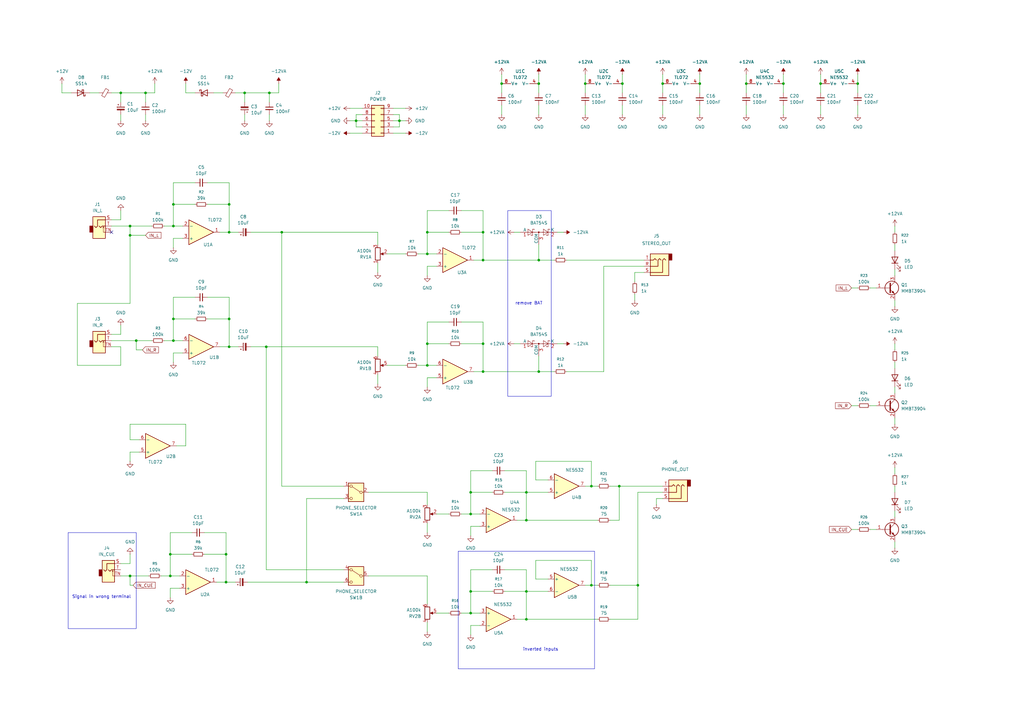
<source format=kicad_sch>
(kicad_sch (version 20250114) (generator "eeschema") (generator_version "9.0")
  (paper "A3")
  (rectangle (start 27.94 218.44) (end 55.88 257.81))
  (rectangle (start 187.96 226.06) (end 243.84 274.32))
  (rectangle (start 208.28 86.36) (end 226.06 162.56))
  (text "remove BAT" (at 216.916 124.46 0) (effects (font (size 1.27 1.27))))
  (text "Signal in wrong terminal" (at 41.656 244.856 0) (effects (font (size 1.27 1.27))))
  (text "inverted inputs" (at 221.742 266.446 0) (effects (font (size 1.27 1.27))))
  (junction (at 215.9 254))
  (junction (at 92.71 238.76))
  (junction (at 175.26 140.97))
  (junction (at 254 199.39))
  (junction (at 193.04 201.93))
  (junction (at 93.98 130.81))
  (junction (at 71.12 92.71))
  (junction (at 71.12 139.7))
  (junction (at 92.71 227.33))
  (junction (at 59.69 38.1))
  (junction (at 175.26 95.25))
  (junction (at 110.49 38.1))
  (junction (at 198.12 95.25))
  (junction (at 261.62 240.03))
  (junction (at 49.53 38.1))
  (junction (at 69.85 227.33))
  (junction (at 220.98 152.4))
  (junction (at 255.27 34.29))
  (junction (at 198.12 140.97))
  (junction (at 175.26 104.14))
  (junction (at 71.12 83.82))
  (junction (at 193.04 251.46))
  (junction (at 163.83 49.53))
  (junction (at 175.26 149.86))
  (junction (at 53.34 96.52))
  (junction (at 240.03 34.29))
  (junction (at 306.07 34.29))
  (junction (at 71.12 130.81))
  (junction (at 125.73 238.76))
  (junction (at 69.85 236.22))
  (junction (at 193.04 210.82))
  (junction (at 215.9 201.93))
  (junction (at 93.98 83.82))
  (junction (at 115.57 95.25))
  (junction (at 271.78 34.29))
  (junction (at 205.74 34.29))
  (junction (at 321.31 34.29))
  (junction (at 53.34 92.71))
  (junction (at 215.9 242.57))
  (junction (at 193.04 242.57))
  (junction (at 93.98 95.25))
  (junction (at 100.33 38.1))
  (junction (at 220.98 34.29))
  (junction (at 336.55 34.29))
  (junction (at 242.57 240.03))
  (junction (at 287.02 34.29))
  (junction (at 198.12 152.4))
  (junction (at 55.88 139.7))
  (junction (at 215.9 213.36))
  (junction (at 242.57 199.39))
  (junction (at 146.05 49.53))
  (junction (at 109.22 142.24))
  (junction (at 53.34 236.22))
  (junction (at 220.98 106.68))
  (junction (at 198.12 106.68))
  (junction (at 351.79 34.29))
  (junction (at 93.98 142.24))
  (no_connect (at 45.72 95.25))
  (wire (pts (xy 73.66 241.3) (xy 69.85 241.3)))
  (wire (pts (xy 184.15 95.25) (xy 175.26 95.25)))
  (wire (pts (xy 78.74 227.33) (xy 69.85 227.33)))
  (wire (pts (xy 205.74 43.18) (xy 205.74 46.99)))
  (wire (pts (xy 53.34 96.52) (xy 59.69 96.52)))
  (wire (pts (xy 220.98 43.18) (xy 220.98 46.99)))
  (wire (pts (xy 219.71 189.23) (xy 242.57 189.23)))
  (wire (pts (xy 31.75 124.46) (xy 31.75 149.86)))
  (wire (pts (xy 250.19 199.39) (xy 254 199.39)))
  (wire (pts (xy 45.72 92.71) (xy 53.34 92.71)))
  (wire (pts (xy 255.27 30.48) (xy 255.27 34.29)))
  (wire (pts (xy 179.07 210.82) (xy 184.15 210.82)))
  (wire (pts (xy 154.94 95.25) (xy 115.57 95.25)))
  (wire (pts (xy 242.57 189.23) (xy 242.57 199.39)))
  (wire (pts (xy 63.5 34.29) (xy 63.5 38.1)))
  (wire (pts (xy 93.98 142.24) (xy 90.17 142.24)))
  (wire (pts (xy 96.52 38.1) (xy 100.33 38.1)))
  (wire (pts (xy 220.98 152.4) (xy 220.98 146.05)))
  (wire (pts (xy 93.98 142.24) (xy 97.79 142.24)))
  (wire (pts (xy 59.69 38.1) (xy 49.53 38.1)))
  (wire (pts (xy 242.57 199.39) (xy 240.03 199.39)))
  (wire (pts (xy 271.78 201.93) (xy 261.62 201.93)))
  (wire (pts (xy 349.25 166.37) (xy 351.79 166.37)))
  (wire (pts (xy 184.15 132.08) (xy 175.26 132.08)))
  (wire (pts (xy 53.34 240.03) (xy 53.34 236.22)))
  (wire (pts (xy 69.85 241.3) (xy 69.85 245.11)))
  (wire (pts (xy 215.9 233.68) (xy 215.9 242.57)))
  (wire (pts (xy 220.98 106.68) (xy 227.33 106.68)))
  (wire (pts (xy 171.45 104.14) (xy 175.26 104.14)))
  (wire (pts (xy 240.03 43.18) (xy 240.03 46.99)))
  (wire (pts (xy 201.93 201.93) (xy 193.04 201.93)))
  (wire (pts (xy 351.79 30.48) (xy 351.79 34.29)))
  (wire (pts (xy 93.98 83.82) (xy 93.98 95.25)))
  (wire (pts (xy 76.2 173.99) (xy 76.2 182.88)))
  (wire (pts (xy 242.57 240.03) (xy 240.03 240.03)))
  (wire (pts (xy 189.23 132.08) (xy 198.12 132.08)))
  (wire (pts (xy 175.26 104.14) (xy 179.07 104.14)))
  (wire (pts (xy 101.6 238.76) (xy 125.73 238.76)))
  (wire (pts (xy 254 199.39) (xy 271.78 199.39)))
  (wire (pts (xy 146.05 52.07) (xy 148.59 52.07)))
  (wire (pts (xy 306.07 34.29) (xy 306.07 38.1)))
  (wire (pts (xy 210.82 140.97) (xy 213.36 140.97)))
  (wire (pts (xy 53.34 185.42) (xy 53.34 189.23)))
  (wire (pts (xy 175.26 86.36) (xy 175.26 95.25)))
  (wire (pts (xy 189.23 95.25) (xy 198.12 95.25)))
  (wire (pts (xy 25.4 38.1) (xy 29.21 38.1)))
  (wire (pts (xy 179.07 251.46) (xy 184.15 251.46)))
  (wire (pts (xy 198.12 152.4) (xy 194.31 152.4)))
  (wire (pts (xy 80.01 130.81) (xy 71.12 130.81)))
  (wire (pts (xy 215.9 242.57) (xy 224.79 242.57)))
  (wire (pts (xy 175.26 201.93) (xy 151.13 201.93)))
  (wire (pts (xy 207.01 193.04) (xy 215.9 193.04)))
  (wire (pts (xy 193.04 242.57) (xy 193.04 251.46)))
  (wire (pts (xy 193.04 215.9) (xy 193.04 219.71)))
  (wire (pts (xy 215.9 201.93) (xy 224.79 201.93)))
  (wire (pts (xy 53.34 124.46) (xy 31.75 124.46)))
  (wire (pts (xy 240.03 34.29) (xy 240.03 38.1)))
  (wire (pts (xy 109.22 142.24) (xy 102.87 142.24)))
  (wire (pts (xy 143.51 54.61) (xy 148.59 54.61)))
  (wire (pts (xy 215.9 242.57) (xy 215.9 254)))
  (wire (pts (xy 287.02 30.48) (xy 287.02 34.29)))
  (wire (pts (xy 271.78 204.47) (xy 269.24 204.47)))
  (wire (pts (xy 71.12 83.82) (xy 71.12 92.71)))
  (wire (pts (xy 171.45 149.86) (xy 175.26 149.86)))
  (wire (pts (xy 184.15 86.36) (xy 175.26 86.36)))
  (wire (pts (xy 143.51 44.45) (xy 148.59 44.45)))
  (wire (pts (xy 175.26 207.01) (xy 175.26 201.93)))
  (wire (pts (xy 148.59 46.99) (xy 146.05 46.99)))
  (wire (pts (xy 260.35 120.65) (xy 260.35 123.19)))
  (wire (pts (xy 201.93 242.57) (xy 193.04 242.57)))
  (wire (pts (xy 367.03 92.71) (xy 367.03 95.25)))
  (wire (pts (xy 71.12 92.71) (xy 74.93 92.71)))
  (wire (pts (xy 49.53 142.24) (xy 45.72 142.24)))
  (wire (pts (xy 193.04 251.46) (xy 196.85 251.46)))
  (wire (pts (xy 163.83 46.99) (xy 163.83 49.53)))
  (wire (pts (xy 198.12 140.97) (xy 198.12 152.4)))
  (wire (pts (xy 356.87 166.37) (xy 359.41 166.37)))
  (wire (pts (xy 163.83 49.53) (xy 166.37 49.53)))
  (wire (pts (xy 49.53 236.22) (xy 53.34 236.22)))
  (wire (pts (xy 115.57 95.25) (xy 115.57 199.39)))
  (wire (pts (xy 49.53 231.14) (xy 53.34 231.14)))
  (wire (pts (xy 367.03 199.39) (xy 367.03 201.93)))
  (wire (pts (xy 109.22 233.68) (xy 140.97 233.68)))
  (wire (pts (xy 306.07 30.48) (xy 306.07 34.29)))
  (wire (pts (xy 100.33 38.1) (xy 100.33 41.91)))
  (wire (pts (xy 232.41 106.68) (xy 264.16 106.68)))
  (wire (pts (xy 198.12 106.68) (xy 220.98 106.68)))
  (wire (pts (xy 356.87 217.17) (xy 359.41 217.17)))
  (wire (pts (xy 161.29 49.53) (xy 163.83 49.53)))
  (wire (pts (xy 351.79 43.18) (xy 351.79 46.99)))
  (wire (pts (xy 161.29 54.61) (xy 166.37 54.61)))
  (wire (pts (xy 175.26 236.22) (xy 175.26 247.65)))
  (wire (pts (xy 92.71 238.76) (xy 88.9 238.76)))
  (wire (pts (xy 93.98 95.25) (xy 97.79 95.25)))
  (wire (pts (xy 158.75 104.14) (xy 166.37 104.14)))
  (wire (pts (xy 219.71 196.85) (xy 219.71 189.23)))
  (wire (pts (xy 146.05 49.53) (xy 146.05 52.07)))
  (wire (pts (xy 102.87 95.25) (xy 115.57 95.25)))
  (wire (pts (xy 175.26 255.27) (xy 175.26 259.08)))
  (wire (pts (xy 210.82 95.25) (xy 213.36 95.25)))
  (wire (pts (xy 198.12 95.25) (xy 198.12 106.68)))
  (wire (pts (xy 110.49 38.1) (xy 100.33 38.1)))
  (wire (pts (xy 57.15 180.34) (xy 53.34 180.34)))
  (wire (pts (xy 69.85 236.22) (xy 73.66 236.22)))
  (wire (pts (xy 71.12 139.7) (xy 74.93 139.7)))
  (wire (pts (xy 115.57 199.39) (xy 140.97 199.39)))
  (wire (pts (xy 220.98 34.29) (xy 220.98 38.1)))
  (wire (pts (xy 189.23 210.82) (xy 193.04 210.82)))
  (wire (pts (xy 45.72 139.7) (xy 55.88 139.7)))
  (wire (pts (xy 193.04 256.54) (xy 193.04 260.35)))
  (wire (pts (xy 179.07 154.94) (xy 175.26 154.94)))
  (wire (pts (xy 189.23 86.36) (xy 198.12 86.36)))
  (wire (pts (xy 55.88 143.51) (xy 55.88 139.7)))
  (wire (pts (xy 93.98 121.92) (xy 93.98 130.81)))
  (wire (pts (xy 198.12 152.4) (xy 220.98 152.4)))
  (wire (pts (xy 154.94 107.95) (xy 154.94 111.76)))
  (wire (pts (xy 74.93 97.79) (xy 71.12 97.79)))
  (wire (pts (xy 269.24 204.47) (xy 269.24 207.01)))
  (wire (pts (xy 57.15 185.42) (xy 53.34 185.42)))
  (wire (pts (xy 125.73 204.47) (xy 125.73 238.76)))
  (wire (pts (xy 161.29 46.99) (xy 163.83 46.99)))
  (wire (pts (xy 247.65 109.22) (xy 264.16 109.22)))
  (wire (pts (xy 175.26 214.63) (xy 175.26 218.44)))
  (wire (pts (xy 67.31 92.71) (xy 71.12 92.71)))
  (wire (pts (xy 240.03 30.48) (xy 240.03 34.29)))
  (wire (pts (xy 261.62 240.03) (xy 261.62 254)))
  (wire (pts (xy 53.34 92.71) (xy 53.34 96.52)))
  (wire (pts (xy 71.12 121.92) (xy 71.12 130.81)))
  (wire (pts (xy 228.6 95.25) (xy 231.14 95.25)))
  (wire (pts (xy 71.12 97.79) (xy 71.12 101.6)))
  (wire (pts (xy 196.85 256.54) (xy 193.04 256.54)))
  (wire (pts (xy 261.62 254) (xy 250.19 254)))
  (wire (pts (xy 69.85 218.44) (xy 69.85 227.33)))
  (wire (pts (xy 36.83 38.1) (xy 40.64 38.1)))
  (wire (pts (xy 215.9 254) (xy 212.09 254)))
  (wire (pts (xy 76.2 34.29) (xy 76.2 38.1)))
  (wire (pts (xy 287.02 34.29) (xy 287.02 38.1)))
  (wire (pts (xy 69.85 227.33) (xy 69.85 236.22)))
  (wire (pts (xy 336.55 30.48) (xy 336.55 34.29)))
  (wire (pts (xy 49.53 46.99) (xy 49.53 49.53)))
  (wire (pts (xy 59.69 41.91) (xy 59.69 38.1)))
  (wire (pts (xy 336.55 43.18) (xy 336.55 46.99)))
  (wire (pts (xy 255.27 43.18) (xy 255.27 46.99)))
  (wire (pts (xy 85.09 121.92) (xy 93.98 121.92)))
  (wire (pts (xy 49.53 137.16) (xy 49.53 133.35)))
  (wire (pts (xy 67.31 139.7) (xy 71.12 139.7)))
  (wire (pts (xy 87.63 38.1) (xy 91.44 38.1)))
  (wire (pts (xy 163.83 49.53) (xy 163.83 52.07)))
  (wire (pts (xy 143.51 49.53) (xy 146.05 49.53)))
  (wire (pts (xy 175.26 154.94) (xy 175.26 158.75)))
  (wire (pts (xy 93.98 130.81) (xy 93.98 142.24)))
  (wire (pts (xy 49.53 90.17) (xy 49.53 86.36)))
  (wire (pts (xy 367.03 148.59) (xy 367.03 151.13)))
  (wire (pts (xy 76.2 38.1) (xy 80.01 38.1)))
  (wire (pts (xy 247.65 152.4) (xy 247.65 109.22)))
  (wire (pts (xy 80.01 74.93) (xy 71.12 74.93)))
  (wire (pts (xy 193.04 201.93) (xy 193.04 210.82)))
  (wire (pts (xy 53.34 236.22) (xy 60.96 236.22)))
  (wire (pts (xy 367.03 209.55) (xy 367.03 212.09)))
  (wire (pts (xy 154.94 100.33) (xy 154.94 95.25)))
  (wire (pts (xy 125.73 238.76) (xy 140.97 238.76)))
  (wire (pts (xy 45.72 38.1) (xy 49.53 38.1)))
  (wire (pts (xy 45.72 90.17) (xy 49.53 90.17)))
  (wire (pts (xy 271.78 30.48) (xy 271.78 34.29)))
  (wire (pts (xy 351.79 34.29) (xy 351.79 38.1)))
  (wire (pts (xy 196.85 215.9) (xy 193.04 215.9)))
  (wire (pts (xy 250.19 240.03) (xy 261.62 240.03)))
  (wire (pts (xy 175.26 149.86) (xy 179.07 149.86)))
  (wire (pts (xy 306.07 43.18) (xy 306.07 46.99)))
  (wire (pts (xy 80.01 83.82) (xy 71.12 83.82)))
  (wire (pts (xy 161.29 52.07) (xy 163.83 52.07)))
  (wire (pts (xy 205.74 30.48) (xy 205.74 34.29)))
  (wire (pts (xy 205.74 34.29) (xy 205.74 38.1)))
  (wire (pts (xy 49.53 149.86) (xy 49.53 142.24)))
  (wire (pts (xy 45.72 137.16) (xy 49.53 137.16)))
  (wire (pts (xy 242.57 240.03) (xy 245.11 240.03)))
  (wire (pts (xy 220.98 30.48) (xy 220.98 34.29)))
  (wire (pts (xy 367.03 110.49) (xy 367.03 113.03)))
  (wire (pts (xy 93.98 74.93) (xy 93.98 83.82)))
  (wire (pts (xy 66.04 236.22) (xy 69.85 236.22)))
  (wire (pts (xy 92.71 238.76) (xy 96.52 238.76)))
  (wire (pts (xy 78.74 218.44) (xy 69.85 218.44)))
  (wire (pts (xy 71.12 130.81) (xy 71.12 139.7)))
  (wire (pts (xy 154.94 153.67) (xy 154.94 157.48)))
  (wire (pts (xy 356.87 118.11) (xy 359.41 118.11)))
  (wire (pts (xy 321.31 30.48) (xy 321.31 34.29)))
  (wire (pts (xy 53.34 180.34) (xy 53.34 173.99)))
  (wire (pts (xy 215.9 213.36) (xy 212.09 213.36)))
  (wire (pts (xy 85.09 130.81) (xy 93.98 130.81)))
  (wire (pts (xy 207.01 201.93) (xy 215.9 201.93)))
  (wire (pts (xy 242.57 229.87) (xy 242.57 240.03)))
  (wire (pts (xy 161.29 44.45) (xy 166.37 44.45)))
  (wire (pts (xy 76.2 182.88) (xy 72.39 182.88)))
  (wire (pts (xy 219.71 229.87) (xy 242.57 229.87)))
  (wire (pts (xy 83.82 218.44) (xy 92.71 218.44)))
  (wire (pts (xy 54.61 240.03) (xy 53.34 240.03)))
  (wire (pts (xy 367.03 158.75) (xy 367.03 161.29)))
  (wire (pts (xy 367.03 123.19) (xy 367.03 125.73)))
  (wire (pts (xy 189.23 140.97) (xy 198.12 140.97)))
  (wire (pts (xy 85.09 74.93) (xy 93.98 74.93)))
  (wire (pts (xy 154.94 146.05) (xy 154.94 142.24)))
  (wire (pts (xy 336.55 34.29) (xy 336.55 38.1)))
  (wire (pts (xy 242.57 199.39) (xy 245.11 199.39)))
  (wire (pts (xy 179.07 109.22) (xy 175.26 109.22)))
  (wire (pts (xy 261.62 201.93) (xy 261.62 240.03)))
  (wire (pts (xy 254 213.36) (xy 250.19 213.36)))
  (wire (pts (xy 175.26 95.25) (xy 175.26 104.14)))
  (wire (pts (xy 175.26 109.22) (xy 175.26 113.03)))
  (wire (pts (xy 207.01 233.68) (xy 215.9 233.68)))
  (wire (pts (xy 220.98 106.68) (xy 220.98 100.33)))
  (wire (pts (xy 93.98 95.25) (xy 90.17 95.25)))
  (wire (pts (xy 367.03 191.77) (xy 367.03 194.31)))
  (wire (pts (xy 74.93 144.78) (xy 71.12 144.78)))
  (wire (pts (xy 201.93 193.04) (xy 193.04 193.04)))
  (wire (pts (xy 271.78 43.18) (xy 271.78 46.99)))
  (wire (pts (xy 53.34 173.99) (xy 76.2 173.99)))
  (wire (pts (xy 63.5 38.1) (xy 59.69 38.1)))
  (wire (pts (xy 228.6 140.97) (xy 231.14 140.97)))
  (wire (pts (xy 255.27 34.29) (xy 255.27 38.1)))
  (wire (pts (xy 215.9 193.04) (xy 215.9 201.93)))
  (wire (pts (xy 92.71 218.44) (xy 92.71 227.33)))
  (wire (pts (xy 175.26 140.97) (xy 175.26 149.86)))
  (wire (pts (xy 140.97 204.47) (xy 125.73 204.47)))
  (wire (pts (xy 367.03 140.97) (xy 367.03 143.51)))
  (wire (pts (xy 146.05 46.99) (xy 146.05 49.53)))
  (wire (pts (xy 193.04 210.82) (xy 196.85 210.82)))
  (wire (pts (xy 114.3 38.1) (xy 110.49 38.1)))
  (wire (pts (xy 260.35 111.76) (xy 260.35 115.57)))
  (wire (pts (xy 349.25 217.17) (xy 351.79 217.17)))
  (wire (pts (xy 215.9 201.93) (xy 215.9 213.36)))
  (wire (pts (xy 321.31 34.29) (xy 321.31 38.1)))
  (wire (pts (xy 25.4 34.29) (xy 25.4 38.1)))
  (wire (pts (xy 287.02 43.18) (xy 287.02 46.99)))
  (wire (pts (xy 53.34 231.14) (xy 53.34 227.33)))
  (wire (pts (xy 154.94 142.24) (xy 109.22 142.24)))
  (wire (pts (xy 193.04 193.04) (xy 193.04 201.93)))
  (wire (pts (xy 80.01 121.92) (xy 71.12 121.92)))
  (wire (pts (xy 198.12 132.08) (xy 198.12 140.97)))
  (wire (pts (xy 215.9 213.36) (xy 245.11 213.36)))
  (wire (pts (xy 58.42 143.51) (xy 55.88 143.51)))
  (wire (pts (xy 367.03 171.45) (xy 367.03 173.99)))
  (wire (pts (xy 49.53 38.1) (xy 49.53 41.91)))
  (wire (pts (xy 158.75 149.86) (xy 166.37 149.86)))
  (wire (pts (xy 175.26 132.08) (xy 175.26 140.97)))
  (wire (pts (xy 100.33 46.99) (xy 100.33 49.53)))
  (wire (pts (xy 201.93 233.68) (xy 193.04 233.68)))
  (wire (pts (xy 92.71 227.33) (xy 92.71 238.76)))
  (wire (pts (xy 55.88 139.7) (xy 62.23 139.7)))
  (wire (pts (xy 321.31 43.18) (xy 321.31 46.99)))
  (wire (pts (xy 198.12 106.68) (xy 194.31 106.68)))
  (wire (pts (xy 198.12 86.36) (xy 198.12 95.25)))
  (wire (pts (xy 220.98 152.4) (xy 227.33 152.4)))
  (wire (pts (xy 114.3 34.29) (xy 114.3 38.1)))
  (wire (pts (xy 271.78 34.29) (xy 271.78 38.1)))
  (wire (pts (xy 59.69 46.99) (xy 59.69 49.53)))
  (wire (pts (xy 215.9 254) (xy 245.11 254)))
  (wire (pts (xy 367.03 100.33) (xy 367.03 102.87)))
  (wire (pts (xy 71.12 144.78) (xy 71.12 148.59)))
  (wire (pts (xy 349.25 118.11) (xy 351.79 118.11)))
  (wire (pts (xy 109.22 142.24) (xy 109.22 233.68)))
  (wire (pts (xy 189.23 251.46) (xy 193.04 251.46)))
  (wire (pts (xy 224.79 237.49) (xy 219.71 237.49)))
  (wire (pts (xy 219.71 237.49) (xy 219.71 229.87)))
  (wire (pts (xy 110.49 46.99) (xy 110.49 49.53)))
  (wire (pts (xy 71.12 74.93) (xy 71.12 83.82)))
  (wire (pts (xy 110.49 41.91) (xy 110.49 38.1)))
  (wire (pts (xy 146.05 49.53) (xy 148.59 49.53)))
  (wire (pts (xy 85.09 83.82) (xy 93.98 83.82)))
  (wire (pts (xy 254 199.39) (xy 254 213.36)))
  (wire (pts (xy 151.13 236.22) (xy 175.26 236.22)))
  (wire (pts (xy 367.03 222.25) (xy 367.03 224.79)))
  (wire (pts (xy 224.79 196.85) (xy 219.71 196.85)))
  (wire (pts (xy 31.75 149.86) (xy 49.53 149.86)))
  (wire (pts (xy 184.15 140.97) (xy 175.26 140.97)))
  (wire (pts (xy 53.34 92.71) (xy 62.23 92.71)))
  (wire (pts (xy 207.01 242.57) (xy 215.9 242.57)))
  (wire (pts (xy 264.16 111.76) (xy 260.35 111.76)))
  (wire (pts (xy 83.82 227.33) (xy 92.71 227.33)))
  (wire (pts (xy 232.41 152.4) (xy 247.65 152.4)))
  (wire (pts (xy 193.04 233.68) (xy 193.04 242.57)))
  (wire (pts (xy 53.34 96.52) (xy 53.34 124.46)))
  (global_label "IN_L" (shape input) (at 59.69 96.52 0) (property "Intersheetrefs" "${INTERSHEET_REFS}" (effects (hide yes))))
  (global_label "IN_R" (shape input) (at 349.25 166.37 180) (property "Intersheetrefs" "${INTERSHEET_REFS}" (effects (hide yes))))
  (global_label "IN_L" (shape input) (at 349.25 118.11 180) (property "Intersheetrefs" "${INTERSHEET_REFS}" (effects (hide yes))))
  (global_label "IN_CUE" (shape input) (at 54.61 240.03 0) (property "Intersheetrefs" "${INTERSHEET_REFS}" (effects (hide yes))))
  (global_label "IN_R" (shape input) (at 58.42 143.51 0) (property "Intersheetrefs" "${INTERSHEET_REFS}" (effects (hide yes))))
  (global_label "IN_CUE" (shape input) (at 349.25 217.17 180) (property "Intersheetrefs" "${INTERSHEET_REFS}" (effects (hide yes))))
  (symbol (lib_id "power:+12V") (at 25.4 34.29 0) (unit 1)
    (property "Reference" "#PWR07" (effects (hide yes)))
    (property "Value" "+12V" (at 25.4 29.21 0))
    (property "Description" "Power symbol creates a global label with name \"+12V\"" (effects (hide yes)))
  )
  (symbol (lib_id "power:+12VA") (at 205.74 30.48 0) (unit 1)
    (property "Reference" "#PWR053" (effects (hide yes)))
    (property "Value" "+12VA" (at 205.74 25.4 0))
    (property "Description" "Power symbol creates a global label with name \"+12VA\"" (effects (hide yes)))
  )
  (symbol (lib_id "Device:LED") (at 367.03 154.94 90) (unit 1)
    (property "Reference" "D6" (at 370.84 155.2574 90) (effects (justify right)))
    (property "Value" "LED" (at 370.84 157.7974 90) (effects (justify right)))
    (property "Footprint" "LED_SMD:LED_0805_2012Metric_Pad1.15x1.40mm_HandSolder" (effects (hide yes)))
    (property "Description" "Light emitting diode" (effects (hide yes)))
    (property "Sim.Pins" "1=K 2=A" (effects (hide yes)))
  )
  (symbol (lib_id "Device:C_Polarized_Small") (at 100.33 142.24 90) (unit 1)
    (property "Reference" "C10" (at 99.7839 135.89 90))
    (property "Value" "10uF" (at 99.7839 138.43 90))
    (property "Footprint" "Capacitor_SMD:CP_Elec_4x5.4" (effects (hide yes)))
    (property "Description" "Polarized capacitor, small symbol" (effects (hide yes)))
  )
  (symbol (lib_id "power:GND") (at 143.51 49.53 270) (unit 1)
    (property "Reference" "#PWR06" (effects (hide yes)))
    (property "Value" "GND" (at 139.7 49.5299 90) (effects (justify right)))
    (property "Description" "Power symbol creates a global label with name \"GND\" , ground" (effects (hide yes)))
  )
  (symbol (lib_id "Diode:SS14") (at 83.82 38.1 0) (unit 1)
    (property "Reference" "D1" (at 83.5025 31.75 0))
    (property "Value" "SS14" (at 83.5025 34.29 0))
    (property "Footprint" "Diode_SMD:D_SMA_Handsoldering" (effects (hide yes)))
    (property "Datasheet" "https://www.vishay.com/docs/88746/ss12.pdf" (effects (hide yes)))
    (property "Description" "40V 1A Schottky Diode, SMA" (effects (hide yes)))
  )
  (symbol (lib_id "power:GND") (at 49.53 49.53 0) (unit 1)
    (property "Reference" "#PWR09" (effects (hide yes)))
    (property "Value" "GND" (at 49.53 54.61 0))
    (property "Description" "Power symbol creates a global label with name \"GND\" , ground" (effects (hide yes)))
  )
  (symbol (lib_id "Device:C_Small") (at 271.78 40.64 180) (unit 1)
    (property "Reference" "C15" (at 274.32 39.3635 0) (effects (justify right)))
    (property "Value" "100nF" (at 274.32 41.9035 0) (effects (justify right)))
    (property "Footprint" "Capacitor_SMD:C_0603_1608Metric_Pad1.08x0.95mm_HandSolder" (effects (hide yes)))
    (property "Description" "Unpolarized capacitor, small symbol" (effects (hide yes)))
  )
  (symbol (lib_id "power:GND") (at 53.34 227.33 180) (unit 1)
    (property "Reference" "#PWR021" (effects (hide yes)))
    (property "Value" "GND" (at 53.34 222.25 0))
    (property "Description" "Power symbol creates a global label with name \"GND\" , ground" (effects (hide yes)))
  )
  (symbol (lib_id "power:GND") (at 110.49 49.53 0) (unit 1)
    (property "Reference" "#PWR013" (effects (hide yes)))
    (property "Value" "GND" (at 110.49 54.61 0))
    (property "Description" "Power symbol creates a global label with name \"GND\" , ground" (effects (hide yes)))
  )
  (symbol (lib_id "Switch:SW_DPDT_x2") (at 146.05 236.22 0) (mirror y) (unit 2)
    (property "Reference" "SW1" (at 146.05 245.11 0))
    (property "Value" "PHONE_SELECTOR" (at 146.05 242.57 0))
    (property "Footprint" "smg_lib:DWB3_DPDT_SWITCH" (effects (hide yes)))
    (property "Description" "Switch, dual pole double throw, separate symbols" (effects (hide yes)))
  )
  (symbol (lib_id "Connector_Audio:AudioJack3") (at 269.24 109.22 180) (unit 1)
    (property "Reference" "J5" (at 269.24 96.774 0))
    (property "Value" "STEREO_OUT" (at 269.24 99.822 0))
    (property "Footprint" "smg_lib:Jack_3.5mm_TRS_Vertical_CircularHoles" (effects (hide yes)))
    (property "Description" "Audio Jack, 3 Poles (Stereo / TRS)" (effects (hide yes)))
  )
  (symbol (lib_id "power:-12VA") (at 351.79 30.48 0) (unit 1)
    (property "Reference" "#PWR061" (effects (hide yes)))
    (property "Value" "-12VA" (at 351.79 25.4 0))
    (property "Description" "Power symbol creates a global label with name \"-12VA\"" (effects (hide yes)))
  )
  (symbol (lib_id "Transistor_BJT:MMBT3904") (at 364.49 118.11 0) (unit 1)
    (property "Reference" "Q1" (at 369.57 116.8399 0) (effects (justify left)))
    (property "Value" "MMBT3904" (at 369.57 119.3799 0) (effects (justify left)))
    (property "Footprint" "Package_TO_SOT_SMD:SOT-23" (effects (hide yes)))
    (property "Datasheet" "https://www.onsemi.com/pdf/datasheet/pzt3904-d.pdf" (effects (hide yes)))
    (property "Description" "0.2A Ic, 40V Vce, Small Signal NPN Transistor, SOT-23" (effects (hide yes)))
  )
  (symbol (lib_id "power:GND") (at 71.12 101.6 0) (unit 1)
    (property "Reference" "#PWR017" (effects (hide yes)))
    (property "Value" "GND" (at 71.12 106.68 0))
    (property "Description" "Power symbol creates a global label with name \"GND\" , ground" (effects (hide yes)))
  )
  (symbol (lib_id "power:+12V") (at 143.51 44.45 90) (unit 1)
    (property "Reference" "#PWR01" (effects (hide yes)))
    (property "Value" "+12V" (at 139.7 44.4499 90) (effects (justify left)))
    (property "Description" "Power symbol creates a global label with name \"+12V\"" (effects (hide yes)))
  )
  (symbol (lib_id "power:-12VA") (at 220.98 30.48 0) (unit 1)
    (property "Reference" "#PWR052" (effects (hide yes)))
    (property "Value" "-12VA" (at 220.98 25.4 0))
    (property "Description" "Power symbol creates a global label with name \"-12VA\"" (effects (hide yes)))
  )
  (symbol (lib_id "Device:R_Small") (at 64.77 92.71 270) (unit 1)
    (property "Reference" "R1" (at 64.77 87.63 90) (effects (font (size 1.016 1.016))))
    (property "Value" "100k" (at 64.77 90.17 90))
    (property "Footprint" "Resistor_SMD:R_0603_1608Metric_Pad0.98x0.95mm_HandSolder" (effects (hide yes)))
    (property "Description" "Resistor, small symbol" (effects (hide yes)))
  )
  (symbol (lib_id "Amplifier_Operational:NE5532") (at 204.47 254 0) (unit 1)
    (property "Reference" "U5" (at 204.47 259.588 0))
    (property "Value" "NE5532" (at 206.248 247.904 0))
    (property "Footprint" "Package_SO:SOIC-8_5.3x6.2mm_P1.27mm" (effects (hide yes)))
    (property "Datasheet" "http://www.ti.com/lit/ds/symlink/ne5532.pdf" (effects (hide yes)))
    (property "Description" "Dual Low-Noise Operational Amplifiers, DIP-8/SOIC-8" (effects (hide yes)))
  )
  (symbol (lib_id "Device:R_Small") (at 247.65 199.39 270) (unit 1)
    (property "Reference" "R21" (at 247.65 194.31 90) (effects (font (size 1.016 1.016))))
    (property "Value" "75" (at 247.65 196.85 90))
    (property "Footprint" "Resistor_SMD:R_0805_2012Metric_Pad1.20x1.40mm_HandSolder" (effects (hide yes)))
    (property "Description" "Resistor, small symbol" (effects (hide yes)))
  )
  (symbol (lib_id "Diode:BAT54S") (at 220.98 95.25 0) (unit 1)
    (property "Reference" "D3" (at 220.98 88.9 0))
    (property "Value" "BAT54S" (at 220.98 91.44 0))
    (property "Footprint" "Package_TO_SOT_SMD:SOT-23" (effects (hide yes)))
    (property "Datasheet" "https://www.diodes.com/assets/Datasheets/ds11005.pdf" (effects (hide yes)))
    (property "Description" "Vr 30V, If 200mA, Dual schottky barrier diode, in series, SOT-323" (effects (hide yes)))
  )
  (symbol (lib_id "Device:R_Small") (at 186.69 251.46 270) (unit 1)
    (property "Reference" "R16" (at 186.69 246.38 90) (effects (font (size 1.016 1.016))))
    (property "Value" "10k" (at 186.69 248.92 90))
    (property "Footprint" "Resistor_SMD:R_0603_1608Metric_Pad0.98x0.95mm_HandSolder" (effects (hide yes)))
    (property "Description" "Resistor, small symbol" (effects (hide yes)))
  )
  (symbol (lib_id "Device:R_Small") (at 247.65 254 270) (unit 1)
    (property "Reference" "R19" (at 247.65 248.92 90) (effects (font (size 1.016 1.016))))
    (property "Value" "75" (at 247.65 251.46 90))
    (property "Footprint" "Resistor_SMD:R_0805_2012Metric_Pad1.20x1.40mm_HandSolder" (effects (hide yes)))
    (property "Description" "Resistor, small symbol" (effects (hide yes)))
  )
  (symbol (lib_id "Device:R_Small") (at 82.55 130.81 270) (unit 1)
    (property "Reference" "R4" (at 82.55 125.73 90) (effects (font (size 1.016 1.016))))
    (property "Value" "39k" (at 82.55 128.27 90))
    (property "Footprint" "Resistor_SMD:R_0603_1608Metric_Pad0.98x0.95mm_HandSolder" (effects (hide yes)))
    (property "Description" "Resistor, small symbol" (effects (hide yes)))
  )
  (symbol (lib_id "Transistor_BJT:MMBT3904") (at 364.49 217.17 0) (unit 1)
    (property "Reference" "Q3" (at 369.57 215.8999 0) (effects (justify left)))
    (property "Value" "MMBT3904" (at 369.57 218.4399 0) (effects (justify left)))
    (property "Footprint" "Package_TO_SOT_SMD:SOT-23" (effects (hide yes)))
    (property "Datasheet" "https://www.onsemi.com/pdf/datasheet/pzt3904-d.pdf" (effects (hide yes)))
    (property "Description" "0.2A Ic, 40V Vce, Small Signal NPN Transistor, SOT-23" (effects (hide yes)))
  )
  (symbol (lib_id "Device:C_Small") (at 220.98 40.64 180) (unit 1)
    (property "Reference" "C7" (at 223.52 39.3635 0) (effects (justify right)))
    (property "Value" "100nF" (at 223.52 41.9035 0) (effects (justify right)))
    (property "Footprint" "Capacitor_SMD:C_0603_1608Metric_Pad1.08x0.95mm_HandSolder" (effects (hide yes)))
    (property "Description" "Unpolarized capacitor, small symbol" (effects (hide yes)))
  )
  (symbol (lib_id "power:-12VA") (at 255.27 30.48 0) (unit 1)
    (property "Reference" "#PWR055" (effects (hide yes)))
    (property "Value" "-12VA" (at 255.27 25.4 0))
    (property "Description" "Power symbol creates a global label with name \"-12VA\"" (effects (hide yes)))
  )
  (symbol (lib_id "Device:C_Polarized_Small") (at 100.33 95.25 90) (unit 1)
    (property "Reference" "C8" (at 99.7839 88.9 90))
    (property "Value" "10uF" (at 99.7839 91.44 90))
    (property "Footprint" "Capacitor_SMD:CP_Elec_4x5.4" (effects (hide yes)))
    (property "Description" "Polarized capacitor, small symbol" (effects (hide yes)))
  )
  (symbol (lib_id "Connector_Audio:AudioJack2_SwitchT") (at 40.64 139.7 0) (unit 1)
    (property "Reference" "J3" (at 40.005 130.81 0))
    (property "Value" "IN_R" (at 40.005 133.35 0))
    (property "Footprint" "Connector_Audio:Jack_3.5mm_QingPu_WQP-PJ398SM_Vertical_CircularHoles" (effects (hide yes)))
    (property "Description" "Audio Jack, 2 Poles (Mono / TS), Switched T Pole (Normalling)" (effects (hide yes)))
  )
  (symbol (lib_id "power:GND") (at 175.26 113.03 0) (unit 1)
    (property "Reference" "#PWR030" (effects (hide yes)))
    (property "Value" "GND" (at 175.26 118.11 0))
    (property "Description" "Power symbol creates a global label with name \"GND\" , ground" (effects (hide yes)))
  )
  (symbol (lib_id "Device:R_Small") (at 186.69 140.97 270) (unit 1)
    (property "Reference" "R10" (at 186.69 135.89 90) (effects (font (size 1.016 1.016))))
    (property "Value" "10k" (at 186.69 138.43 90))
    (property "Footprint" "Resistor_SMD:R_0603_1608Metric_Pad0.98x0.95mm_HandSolder" (effects (hide yes)))
    (property "Description" "Resistor, small symbol" (effects (hide yes)))
  )
  (symbol (lib_id "Device:R_Small") (at 168.91 104.14 270) (unit 1)
    (property "Reference" "R7" (at 168.91 99.06 90) (effects (font (size 1.016 1.016))))
    (property "Value" "10k" (at 168.91 101.6 90))
    (property "Footprint" "Resistor_SMD:R_0603_1608Metric_Pad0.98x0.95mm_HandSolder" (effects (hide yes)))
    (property "Description" "Resistor, small symbol" (effects (hide yes)))
  )
  (symbol (lib_id "Amplifier_Operational:TL072") (at 82.55 142.24 0) (mirror x) (unit 2)
    (property "Reference" "U1" (at 87.884 146.558 0))
    (property "Value" "TL072" (at 81.534 148.844 0))
    (property "Footprint" "Package_SO:SOIC-8_5.3x6.2mm_P1.27mm" (effects (hide yes)))
    (property "Datasheet" "http://www.ti.com/lit/ds/symlink/tl071.pdf" (effects (hide yes)))
    (property "Description" "Dual Low-Noise JFET-Input Operational Amplifiers, DIP-8/SOIC-8" (effects (hide yes)))
  )
  (symbol (lib_id "Device:C_Small") (at 186.69 86.36 90) (unit 1)
    (property "Reference" "C17" (at 186.6963 80.01 90))
    (property "Value" "10pF" (at 186.6963 82.55 90))
    (property "Footprint" "Capacitor_SMD:C_0603_1608Metric_Pad1.08x0.95mm_HandSolder" (effects (hide yes)))
    (property "Description" "Unpolarized capacitor, small symbol" (effects (hide yes)))
  )
  (symbol (lib_id "Device:FerriteBead_Small") (at 93.98 38.1 90) (unit 1)
    (property "Reference" "FB2" (at 93.9419 31.75 90))
    (property "Value" "FerriteBead_Small" (effects (hide yes)))
    (property "Footprint" "Inductor_SMD:L_0805_2012Metric_Pad1.05x1.20mm_HandSolder" (effects (hide yes)))
    (property "Description" "Ferrite bead, small symbol" (effects (hide yes)))
  )
  (symbol (lib_id "Amplifier_Operational:TL072") (at 64.77 182.88 0) (mirror x) (unit 2)
    (property "Reference" "U2" (at 70.104 187.198 0))
    (property "Value" "TL072" (at 63.754 189.484 0))
    (property "Footprint" "Package_SO:SOIC-8_5.3x6.2mm_P1.27mm" (effects (hide yes)))
    (property "Datasheet" "http://www.ti.com/lit/ds/symlink/tl071.pdf" (effects (hide yes)))
    (property "Description" "Dual Low-Noise JFET-Input Operational Amplifiers, DIP-8/SOIC-8" (effects (hide yes)))
  )
  (symbol (lib_id "power:GND") (at 49.53 86.36 180) (unit 1)
    (property "Reference" "#PWR014" (effects (hide yes)))
    (property "Value" "GND" (at 49.53 81.28 0))
    (property "Description" "Power symbol creates a global label with name \"GND\" , ground" (effects (hide yes)))
  )
  (symbol (lib_id "Switch:SW_DPDT_x2") (at 146.05 201.93 0) (mirror y) (unit 1)
    (property "Reference" "SW1" (at 146.05 210.82 0))
    (property "Value" "PHONE_SELECTOR" (at 146.05 208.28 0))
    (property "Footprint" "smg_lib:DWB3_DPDT_SWITCH" (effects (hide yes)))
    (property "Description" "Switch, dual pole double throw, separate symbols" (effects (hide yes)))
  )
  (symbol (lib_id "Amplifier_Operational:TL072") (at 247.65 31.75 90) (unit 3)
    (property "Reference" "U2" (at 247.65 29.21 90))
    (property "Value" "TL072" (at 247.65 31.75 90))
    (property "Footprint" "Package_SO:SOIC-8_5.3x6.2mm_P1.27mm" (effects (hide yes)))
    (property "Datasheet" "http://www.ti.com/lit/ds/symlink/tl071.pdf" (effects (hide yes)))
    (property "Description" "Dual Low-Noise JFET-Input Operational Amplifiers, DIP-8/SOIC-8" (effects (hide yes)))
  )
  (symbol (lib_id "Device:R_Potentiometer_Dual_Separate") (at 175.26 210.82 0) (mirror x) (unit 1)
    (property "Reference" "RV2" (at 172.72 212.0901 0) (effects (justify right)))
    (property "Value" "A100k" (at 172.72 209.5501 0) (effects (justify right)))
    (property "Footprint" "Potentiometer_THT:Potentiometer_Alpha_RD902F-40-00D_Dual_Vertical_CircularHoles" (effects (hide yes)))
    (property "Description" "Dual potentiometer, separate units" (effects (hide yes)))
  )
  (symbol (lib_id "Device:C_Small") (at 204.47 193.04 90) (unit 1)
    (property "Reference" "C23" (at 204.4763 186.69 90))
    (property "Value" "10pF" (at 204.4763 189.23 90))
    (property "Footprint" "Capacitor_SMD:C_0603_1608Metric_Pad1.08x0.95mm_HandSolder" (effects (hide yes)))
    (property "Description" "Unpolarized capacitor, small symbol" (effects (hide yes)))
  )
  (symbol (lib_id "Device:C_Small") (at 82.55 121.92 90) (unit 1)
    (property "Reference" "C9" (at 82.5563 115.57 90))
    (property "Value" "10pF" (at 82.5563 118.11 90))
    (property "Footprint" "Capacitor_SMD:C_0603_1608Metric_Pad1.08x0.95mm_HandSolder" (effects (hide yes)))
    (property "Description" "Unpolarized capacitor, small symbol" (effects (hide yes)))
  )
  (symbol (lib_id "Device:R_Potentiometer_Dual_Separate") (at 154.94 104.14 0) (mirror x) (unit 1)
    (property "Reference" "RV1" (at 152.4 105.4101 0) (effects (justify right)))
    (property "Value" "A100k" (at 152.4 102.8701 0) (effects (justify right)))
    (property "Footprint" "Potentiometer_THT:Potentiometer_Alpha_RD902F-40-00D_Dual_Vertical_CircularHoles" (effects (hide yes)))
    (property "Description" "Dual potentiometer, separate units" (effects (hide yes)))
  )
  (symbol (lib_id "power:GND") (at 59.69 49.53 0) (unit 1)
    (property "Reference" "#PWR010" (effects (hide yes)))
    (property "Value" "GND" (at 59.69 54.61 0))
    (property "Description" "Power symbol creates a global label with name \"GND\" , ground" (effects (hide yes)))
  )
  (symbol (lib_id "Amplifier_Operational:TL072") (at 279.4 31.75 90) (unit 3)
    (property "Reference" "U3" (at 279.4 29.21 90))
    (property "Value" "TL072" (at 279.4 31.75 90))
    (property "Footprint" "Package_SO:SOIC-8_5.3x6.2mm_P1.27mm" (effects (hide yes)))
    (property "Datasheet" "http://www.ti.com/lit/ds/symlink/tl071.pdf" (effects (hide yes)))
    (property "Description" "Dual Low-Noise JFET-Input Operational Amplifiers, DIP-8/SOIC-8" (effects (hide yes)))
  )
  (symbol (lib_id "power:GND") (at 71.12 148.59 0) (unit 1)
    (property "Reference" "#PWR020" (effects (hide yes)))
    (property "Value" "GND" (at 71.12 153.67 0))
    (property "Description" "Power symbol creates a global label with name \"GND\" , ground" (effects (hide yes)))
  )
  (symbol (lib_id "power:-12V") (at 143.51 54.61 90) (unit 1)
    (property "Reference" "#PWR03" (effects (hide yes)))
    (property "Value" "-12V" (at 139.7 54.6099 90) (effects (justify left)))
    (property "Description" "Power symbol creates a global label with name \"-12V\"" (effects (hide yes)))
  )
  (symbol (lib_id "Diode:SS14") (at 33.02 38.1 180) (unit 1)
    (property "Reference" "D8" (at 33.3375 31.75 0))
    (property "Value" "SS14" (at 33.3375 34.29 0))
    (property "Footprint" "Diode_SMD:D_SMA_Handsoldering" (effects (hide yes)))
    (property "Datasheet" "https://www.vishay.com/docs/88746/ss12.pdf" (effects (hide yes)))
    (property "Description" "40V 1A Schottky Diode, SMA" (effects (hide yes)))
  )
  (symbol (lib_id "power:-12V") (at 76.2 34.29 0) (unit 1)
    (property "Reference" "#PWR011" (effects (hide yes)))
    (property "Value" "-12V" (at 76.2 29.21 0))
    (property "Description" "Power symbol creates a global label with name \"-12V\"" (effects (hide yes)))
  )
  (symbol (lib_id "Device:LED") (at 367.03 205.74 90) (unit 1)
    (property "Reference" "D7" (at 370.84 206.0574 90) (effects (justify right)))
    (property "Value" "LED" (at 370.84 208.5974 90) (effects (justify right)))
    (property "Footprint" "LED_SMD:LED_0805_2012Metric_Pad1.15x1.40mm_HandSolder" (effects (hide yes)))
    (property "Description" "Light emitting diode" (effects (hide yes)))
    (property "Sim.Pins" "1=K 2=A" (effects (hide yes)))
  )
  (symbol (lib_id "power:GND") (at 255.27 46.99 0) (unit 1)
    (property "Reference" "#PWR024" (effects (hide yes)))
    (property "Value" "GND" (at 255.27 52.07 0))
    (property "Description" "Power symbol creates a global label with name \"GND\" , ground" (effects (hide yes)))
  )
  (symbol (lib_id "Transistor_BJT:MMBT3904") (at 364.49 166.37 0) (unit 1)
    (property "Reference" "Q2" (at 369.57 165.0999 0) (effects (justify left)))
    (property "Value" "MMBT3904" (at 369.57 167.6399 0) (effects (justify left)))
    (property "Footprint" "Package_TO_SOT_SMD:SOT-23" (effects (hide yes)))
    (property "Datasheet" "https://www.onsemi.com/pdf/datasheet/pzt3904-d.pdf" (effects (hide yes)))
    (property "Description" "0.2A Ic, 40V Vce, Small Signal NPN Transistor, SOT-23" (effects (hide yes)))
  )
  (symbol (lib_id "Amplifier_Operational:TL072") (at 81.28 238.76 0) (mirror x) (unit 1)
    (property "Reference" "U2" (at 84.074 243.84 0))
    (property "Value" "TL072" (at 86.868 233.68 0))
    (property "Footprint" "Package_SO:SOIC-8_5.3x6.2mm_P1.27mm" (effects (hide yes)))
    (property "Datasheet" "http://www.ti.com/lit/ds/symlink/tl071.pdf" (effects (hide yes)))
    (property "Description" "Dual Low-Noise JFET-Input Operational Amplifiers, DIP-8/SOIC-8" (effects (hide yes)))
  )
  (symbol (lib_id "power:GND") (at 306.07 46.99 0) (unit 1)
    (property "Reference" "#PWR037" (effects (hide yes)))
    (property "Value" "GND" (at 306.07 52.07 0))
    (property "Description" "Power symbol creates a global label with name \"GND\" , ground" (effects (hide yes)))
  )
  (symbol (lib_id "Device:C_Small") (at 82.55 74.93 90) (unit 1)
    (property "Reference" "C5" (at 82.5563 68.58 90))
    (property "Value" "10pF" (at 82.5563 71.12 90))
    (property "Footprint" "Capacitor_SMD:C_0603_1608Metric_Pad1.08x0.95mm_HandSolder" (effects (hide yes)))
    (property "Description" "Unpolarized capacitor, small symbol" (effects (hide yes)))
  )
  (symbol (lib_id "Device:LED") (at 367.03 106.68 90) (unit 1)
    (property "Reference" "D5" (at 370.84 106.9974 90) (effects (justify right)))
    (property "Value" "LED" (at 370.84 109.5374 90) (effects (justify right)))
    (property "Footprint" "LED_SMD:LED_0805_2012Metric_Pad1.15x1.40mm_HandSolder" (effects (hide yes)))
    (property "Description" "Light emitting diode" (effects (hide yes)))
    (property "Sim.Pins" "1=K 2=A" (effects (hide yes)))
  )
  (symbol (lib_id "power:-12VA") (at 287.02 30.48 0) (unit 1)
    (property "Reference" "#PWR057" (effects (hide yes)))
    (property "Value" "-12VA" (at 287.02 25.4 0))
    (property "Description" "Power symbol creates a global label with name \"-12VA\"" (effects (hide yes)))
  )
  (symbol (lib_id "Device:C_Small") (at 59.69 44.45 0) (unit 1)
    (property "Reference" "C2" (at 62.23 43.1862 0) (effects (justify left)))
    (property "Value" "100nF" (at 62.23 45.7262 0) (effects (justify left)))
    (property "Footprint" "Capacitor_SMD:C_0805_2012Metric_Pad1.18x1.45mm_HandSolder" (effects (hide yes)))
    (property "Description" "Unpolarized capacitor, small symbol" (effects (hide yes)))
  )
  (symbol (lib_id "power:GND") (at 69.85 245.11 0) (unit 1)
    (property "Reference" "#PWR022" (effects (hide yes)))
    (property "Value" "GND" (at 69.85 250.19 0))
    (property "Description" "Power symbol creates a global label with name \"GND\" , ground" (effects (hide yes)))
  )
  (symbol (lib_id "power:GND") (at 166.37 49.53 90) (unit 1)
    (property "Reference" "#PWR05" (effects (hide yes)))
    (property "Value" "GND" (at 170.18 49.5299 90) (effects (justify right)))
    (property "Description" "Power symbol creates a global label with name \"GND\" , ground" (effects (hide yes)))
  )
  (symbol (lib_id "Amplifier_Operational:NE5532") (at 313.69 31.75 90) (unit 3)
    (property "Reference" "U4" (at 313.69 29.21 90))
    (property "Value" "NE5532" (at 313.69 31.75 90))
    (property "Footprint" "Package_SO:SOIC-8_5.3x6.2mm_P1.27mm" (effects (hide yes)))
    (property "Datasheet" "http://www.ti.com/lit/ds/symlink/ne5532.pdf" (effects (hide yes)))
    (property "Description" "Dual Low-Noise Operational Amplifiers, DIP-8/SOIC-8" (effects (hide yes)))
  )
  (symbol (lib_id "power:GND") (at 175.26 158.75 0) (unit 1)
    (property "Reference" "#PWR031" (effects (hide yes)))
    (property "Value" "GND" (at 175.26 163.83 0))
    (property "Description" "Power symbol creates a global label with name \"GND\" , ground" (effects (hide yes)))
  )
  (symbol (lib_id "Device:C_Small") (at 81.28 218.44 90) (unit 1)
    (property "Reference" "C11" (at 81.2863 212.09 90))
    (property "Value" "10pF" (at 81.2863 214.63 90))
    (property "Footprint" "Capacitor_SMD:C_0603_1608Metric_Pad1.08x0.95mm_HandSolder" (effects (hide yes)))
    (property "Description" "Unpolarized capacitor, small symbol" (effects (hide yes)))
  )
  (symbol (lib_id "power:GND") (at 367.03 125.73 0) (unit 1)
    (property "Reference" "#PWR047" (effects (hide yes)))
    (property "Value" "GND" (at 367.03 130.81 0))
    (property "Description" "Power symbol creates a global label with name \"GND\" , ground" (effects (hide yes)))
  )
  (symbol (lib_id "Device:C_Small") (at 306.07 40.64 180) (unit 1)
    (property "Reference" "C18" (at 308.61 39.3635 0) (effects (justify right)))
    (property "Value" "100nF" (at 308.61 41.9035 0) (effects (justify right)))
    (property "Footprint" "Capacitor_SMD:C_0603_1608Metric_Pad1.08x0.95mm_HandSolder" (effects (hide yes)))
    (property "Description" "Unpolarized capacitor, small symbol" (effects (hide yes)))
  )
  (symbol (lib_id "power:+12VA") (at 63.5 34.29 0) (unit 1)
    (property "Reference" "#PWR08" (effects (hide yes)))
    (property "Value" "+12VA" (at 63.5 29.21 0))
    (property "Description" "Power symbol creates a global label with name \"+12VA\"" (effects (hide yes)))
  )
  (symbol (lib_id "Amplifier_Operational:TL072") (at 82.55 95.25 0) (mirror x) (unit 1)
    (property "Reference" "U1" (at 85.344 100.33 0))
    (property "Value" "TL072" (at 88.138 90.17 0))
    (property "Footprint" "Package_SO:SOIC-8_5.3x6.2mm_P1.27mm" (effects (hide yes)))
    (property "Datasheet" "http://www.ti.com/lit/ds/symlink/tl071.pdf" (effects (hide yes)))
    (property "Description" "Dual Low-Noise JFET-Input Operational Amplifiers, DIP-8/SOIC-8" (effects (hide yes)))
  )
  (symbol (lib_id "power:GND") (at 205.74 46.99 0) (unit 1)
    (property "Reference" "#PWR018" (effects (hide yes)))
    (property "Value" "GND" (at 205.74 52.07 0))
    (property "Description" "Power symbol creates a global label with name \"GND\" , ground" (effects (hide yes)))
  )
  (symbol (lib_id "Device:C_Small") (at 321.31 40.64 180) (unit 1)
    (property "Reference" "C20" (at 323.85 39.3635 0) (effects (justify right)))
    (property "Value" "100nF" (at 323.85 41.9035 0) (effects (justify right)))
    (property "Footprint" "Capacitor_SMD:C_0603_1608Metric_Pad1.08x0.95mm_HandSolder" (effects (hide yes)))
    (property "Description" "Unpolarized capacitor, small symbol" (effects (hide yes)))
  )
  (symbol (lib_id "Device:C_Small") (at 336.55 40.64 180) (unit 1)
    (property "Reference" "C21" (at 339.09 39.3635 0) (effects (justify right)))
    (property "Value" "100nF" (at 339.09 41.9035 0) (effects (justify right)))
    (property "Footprint" "Capacitor_SMD:C_0603_1608Metric_Pad1.08x0.95mm_HandSolder" (effects (hide yes)))
    (property "Description" "Unpolarized capacitor, small symbol" (effects (hide yes)))
  )
  (symbol (lib_id "Device:FerriteBead_Small") (at 43.18 38.1 90) (unit 1)
    (property "Reference" "FB1" (at 43.1419 31.75 90))
    (property "Value" "FerriteBead_Small" (effects (hide yes)))
    (property "Footprint" "Inductor_SMD:L_0805_2012Metric_Pad1.05x1.20mm_HandSolder" (effects (hide yes)))
    (property "Description" "Ferrite bead, small symbol" (effects (hide yes)))
  )
  (symbol (lib_id "power:-12V") (at 166.37 54.61 270) (unit 1)
    (property "Reference" "#PWR04" (effects (hide yes)))
    (property "Value" "-12V" (at 170.18 54.6099 90) (effects (justify left)))
    (property "Description" "Power symbol creates a global label with name \"-12V\"" (effects (hide yes)))
  )
  (symbol (lib_id "power:-12VA") (at 114.3 34.29 0) (unit 1)
    (property "Reference" "#PWR015" (effects (hide yes)))
    (property "Value" "-12VA" (at 114.3 29.21 0))
    (property "Description" "Power symbol creates a global label with name \"-12VA\"" (effects (hide yes)))
  )
  (symbol (lib_id "power:GND") (at 260.35 123.19 0) (unit 1)
    (property "Reference" "#PWR036" (effects (hide yes)))
    (property "Value" "GND" (at 260.35 128.27 0))
    (property "Description" "Power symbol creates a global label with name \"GND\" , ground" (effects (hide yes)))
  )
  (symbol (lib_id "Device:R_Small") (at 82.55 83.82 270) (unit 1)
    (property "Reference" "R2" (at 82.55 78.74 90) (effects (font (size 1.016 1.016))))
    (property "Value" "39k" (at 82.55 81.28 90))
    (property "Footprint" "Resistor_SMD:R_0603_1608Metric_Pad0.98x0.95mm_HandSolder" (effects (hide yes)))
    (property "Description" "Resistor, small symbol" (effects (hide yes)))
  )
  (symbol (lib_id "Amplifier_Operational:NE5532") (at 232.41 199.39 0) (mirror x) (unit 2)
    (property "Reference" "U4" (at 236.474 203.962 0))
    (property "Value" "NE5532" (at 235.712 192.786 0))
    (property "Footprint" "Package_SO:SOIC-8_5.3x6.2mm_P1.27mm" (effects (hide yes)))
    (property "Datasheet" "http://www.ti.com/lit/ds/symlink/ne5532.pdf" (effects (hide yes)))
    (property "Description" "Dual Low-Noise Operational Amplifiers, DIP-8/SOIC-8" (effects (hide yes)))
  )
  (symbol (lib_id "Device:R_Small") (at 354.33 166.37 90) (unit 1)
    (property "Reference" "R24" (at 354.33 161.29 90) (effects (font (size 1.016 1.016))))
    (property "Value" "100k" (at 354.33 163.83 90))
    (property "Footprint" "Resistor_SMD:R_0603_1608Metric_Pad0.98x0.95mm_HandSolder" (effects (hide yes)))
    (property "Description" "Resistor, small symbol" (effects (hide yes)))
  )
  (symbol (lib_id "Device:R_Small") (at 229.87 152.4 270) (unit 1)
    (property "Reference" "R12" (at 229.87 147.32 90) (effects (font (size 1.016 1.016))))
    (property "Value" "1k" (at 229.87 149.86 90))
    (property "Footprint" "Resistor_SMD:R_0603_1608Metric_Pad0.98x0.95mm_HandSolder" (effects (hide yes)))
    (property "Description" "Resistor, small symbol" (effects (hide yes)))
  )
  (symbol (lib_id "power:+12VA") (at 271.78 30.48 0) (unit 1)
    (property "Reference" "#PWR056" (effects (hide yes)))
    (property "Value" "+12VA" (at 271.78 25.4 0))
    (property "Description" "Power symbol creates a global label with name \"+12VA\"" (effects (hide yes)))
  )
  (symbol (lib_id "Device:R_Small") (at 354.33 118.11 90) (unit 1)
    (property "Reference" "R23" (at 354.33 113.03 90) (effects (font (size 1.016 1.016))))
    (property "Value" "100k" (at 354.33 115.57 90))
    (property "Footprint" "Resistor_SMD:R_0603_1608Metric_Pad0.98x0.95mm_HandSolder" (effects (hide yes)))
    (property "Description" "Resistor, small symbol" (effects (hide yes)))
  )
  (symbol (lib_id "power:+12VA") (at 240.03 30.48 0) (unit 1)
    (property "Reference" "#PWR054" (effects (hide yes)))
    (property "Value" "+12VA" (at 240.03 25.4 0))
    (property "Description" "Power symbol creates a global label with name \"+12VA\"" (effects (hide yes)))
  )
  (symbol (lib_id "Device:R_Small") (at 247.65 213.36 270) (unit 1)
    (property "Reference" "R20" (at 247.65 208.28 90) (effects (font (size 1.016 1.016))))
    (property "Value" "75" (at 247.65 210.82 90))
    (property "Footprint" "Resistor_SMD:R_0805_2012Metric_Pad1.20x1.40mm_HandSolder" (effects (hide yes)))
    (property "Description" "Resistor, small symbol" (effects (hide yes)))
  )
  (symbol (lib_id "Device:C_Small") (at 205.74 40.64 180) (unit 1)
    (property "Reference" "C6" (at 208.28 39.3635 0) (effects (justify right)))
    (property "Value" "100nF" (at 208.28 41.9035 0) (effects (justify right)))
    (property "Footprint" "Capacitor_SMD:C_0603_1608Metric_Pad1.08x0.95mm_HandSolder" (effects (hide yes)))
    (property "Description" "Unpolarized capacitor, small symbol" (effects (hide yes)))
  )
  (symbol (lib_id "power:GND") (at 287.02 46.99 0) (unit 1)
    (property "Reference" "#PWR029" (effects (hide yes)))
    (property "Value" "GND" (at 287.02 52.07 0))
    (property "Description" "Power symbol creates a global label with name \"GND\" , ground" (effects (hide yes)))
  )
  (symbol (lib_id "power:GND") (at 175.26 259.08 0) (unit 1)
    (property "Reference" "#PWR042" (effects (hide yes)))
    (property "Value" "GND" (at 175.26 264.16 0))
    (property "Description" "Power symbol creates a global label with name \"GND\" , ground" (effects (hide yes)))
  )
  (symbol (lib_id "power:+12VA") (at 210.82 140.97 90) (unit 1)
    (property "Reference" "#PWR032" (effects (hide yes)))
    (property "Value" "+12VA" (at 207.01 140.9699 90) (effects (justify left)))
    (property "Description" "Power symbol creates a global label with name \"+12VA\"" (effects (hide yes)))
  )
  (symbol (lib_id "power:-12VA") (at 231.14 95.25 270) (unit 1)
    (property "Reference" "#PWR063" (effects (hide yes)))
    (property "Value" "-12VA" (at 234.95 95.2499 90) (effects (justify left)))
    (property "Description" "Power symbol creates a global label with name \"-12VA\"" (effects (hide yes)))
  )
  (symbol (lib_id "power:GND") (at 220.98 46.99 0) (unit 1)
    (property "Reference" "#PWR019" (effects (hide yes)))
    (property "Value" "GND" (at 220.98 52.07 0))
    (property "Description" "Power symbol creates a global label with name \"GND\" , ground" (effects (hide yes)))
  )
  (symbol (lib_id "Connector_Audio:AudioJack2_SwitchT") (at 40.64 92.71 0) (unit 1)
    (property "Reference" "J1" (at 40.005 83.82 0))
    (property "Value" "IN_L" (at 40.005 86.36 0))
    (property "Footprint" "Connector_Audio:Jack_3.5mm_QingPu_WQP-PJ398SM_Vertical_CircularHoles" (effects (hide yes)))
    (property "Description" "Audio Jack, 2 Poles (Mono / TS), Switched T Pole (Normalling)" (effects (hide yes)))
  )
  (symbol (lib_id "power:GND") (at 336.55 46.99 0) (unit 1)
    (property "Reference" "#PWR039" (effects (hide yes)))
    (property "Value" "GND" (at 336.55 52.07 0))
    (property "Description" "Power symbol creates a global label with name \"GND\" , ground" (effects (hide yes)))
  )
  (symbol (lib_id "power:GND") (at 351.79 46.99 0) (unit 1)
    (property "Reference" "#PWR040" (effects (hide yes)))
    (property "Value" "GND" (at 351.79 52.07 0))
    (property "Description" "Power symbol creates a global label with name \"GND\" , ground" (effects (hide yes)))
  )
  (symbol (lib_id "Connector_Generic:Conn_02x05_Odd_Even") (at 156.21 49.53 180) (unit 1)
    (property "Reference" "J2" (at 154.94 38.1 0))
    (property "Value" "POWER" (at 154.94 40.64 0))
    (property "Footprint" "Connector_IDC:IDC-Header_2x05_P2.54mm_Vertical_SMD" (effects (hide yes)))
    (property "Description" "Generic connector, double row, 02x05, odd/even pin numbering scheme (row 1 odd numbers, row 2 even numbers), script generated (kicad-library-utils/schlib/autogen/connector/)" (effects (hide yes)))
  )
  (symbol (lib_id "Device:R_Small") (at 63.5 236.22 270) (unit 1)
    (property "Reference" "R5" (at 63.5 231.14 90) (effects (font (size 1.016 1.016))))
    (property "Value" "100k" (at 63.5 233.68 90))
    (property "Footprint" "Resistor_SMD:R_0603_1608Metric_Pad0.98x0.95mm_HandSolder" (effects (hide yes)))
    (property "Description" "Resistor, small symbol" (effects (hide yes)))
  )
  (symbol (lib_id "power:+12VA") (at 210.82 95.25 90) (unit 1)
    (property "Reference" "#PWR062" (effects (hide yes)))
    (property "Value" "+12VA" (at 207.01 95.2499 90) (effects (justify left)))
    (property "Description" "Power symbol creates a global label with name \"+12VA\"" (effects (hide yes)))
  )
  (symbol (lib_id "power:+12VA") (at 306.07 30.48 0) (unit 1)
    (property "Reference" "#PWR058" (effects (hide yes)))
    (property "Value" "+12VA" (at 306.07 25.4 0))
    (property "Description" "Power symbol creates a global label with name \"+12VA\"" (effects (hide yes)))
  )
  (symbol (lib_id "power:GND") (at 154.94 157.48 0) (unit 1)
    (property "Reference" "#PWR027" (effects (hide yes)))
    (property "Value" "GND" (at 154.94 162.56 0))
    (property "Description" "Power symbol creates a global label with name \"GND\" , ground" (effects (hide yes)))
  )
  (symbol (lib_id "power:GND") (at 154.94 111.76 0) (unit 1)
    (property "Reference" "#PWR026" (effects (hide yes)))
    (property "Value" "GND" (at 154.94 116.84 0))
    (property "Description" "Power symbol creates a global label with name \"GND\" , ground" (effects (hide yes)))
  )
  (symbol (lib_id "Amplifier_Operational:NE5532") (at 344.17 31.75 90) (unit 3)
    (property "Reference" "U5" (at 344.17 29.21 90))
    (property "Value" "NE5532" (at 344.17 31.75 90))
    (property "Footprint" "Package_SO:SOIC-8_5.3x6.2mm_P1.27mm" (effects (hide yes)))
    (property "Datasheet" "http://www.ti.com/lit/ds/symlink/ne5532.pdf" (effects (hide yes)))
    (property "Description" "Dual Low-Noise Operational Amplifiers, DIP-8/SOIC-8" (effects (hide yes)))
  )
  (symbol (lib_id "power:GND") (at 367.03 224.79 0) (unit 1)
    (property "Reference" "#PWR051" (effects (hide yes)))
    (property "Value" "GND" (at 367.03 229.87 0))
    (property "Description" "Power symbol creates a global label with name \"GND\" , ground" (effects (hide yes)))
  )
  (symbol (lib_id "power:+12V") (at 166.37 44.45 270) (unit 1)
    (property "Reference" "#PWR02" (effects (hide yes)))
    (property "Value" "+12V" (at 170.18 44.4499 90) (effects (justify left)))
    (property "Description" "Power symbol creates a global label with name \"+12V\"" (effects (hide yes)))
  )
  (symbol (lib_id "Diode:BAT54S") (at 220.98 140.97 0) (unit 1)
    (property "Reference" "D4" (at 220.98 134.62 0))
    (property "Value" "BAT54S" (at 220.98 137.16 0))
    (property "Footprint" "Package_TO_SOT_SMD:SOT-23" (effects (hide yes)))
    (property "Datasheet" "https://www.diodes.com/assets/Datasheets/ds11005.pdf" (effects (hide yes)))
    (property "Description" "Vr 30V, If 200mA, Dual schottky barrier diode, in series, SOT-323" (effects (hide yes)))
  )
  (symbol (lib_id "Device:C_Small") (at 204.47 233.68 90) (unit 1)
    (property "Reference" "C24" (at 204.4763 227.33 90))
    (property "Value" "10pF" (at 204.4763 229.87 90))
    (property "Footprint" "Capacitor_SMD:C_0603_1608Metric_Pad1.08x0.95mm_HandSolder" (effects (hide yes)))
    (property "Description" "Unpolarized capacitor, small symbol" (effects (hide yes)))
  )
  (symbol (lib_id "Device:R_Small") (at 367.03 196.85 0) (unit 1)
    (property "Reference" "R27" (at 369.57 195.5799 0) (effects (font (size 1.016 1.016)) (justify left)))
    (property "Value" "1k" (at 369.57 198.1199 0) (effects (justify left)))
    (property "Footprint" "Resistor_SMD:R_0603_1608Metric_Pad0.98x0.95mm_HandSolder" (effects (hide yes)))
    (property "Description" "Resistor, small symbol" (effects (hide yes)))
  )
  (symbol (lib_id "Device:C_Small") (at 186.69 132.08 90) (unit 1)
    (property "Reference" "C19" (at 186.6963 125.73 90))
    (property "Value" "10pF" (at 186.6963 128.27 90))
    (property "Footprint" "Capacitor_SMD:C_0603_1608Metric_Pad1.08x0.95mm_HandSolder" (effects (hide yes)))
    (property "Description" "Unpolarized capacitor, small symbol" (effects (hide yes)))
  )
  (symbol (lib_id "Device:R_Small") (at 186.69 95.25 270) (unit 1)
    (property "Reference" "R8" (at 186.69 90.17 90) (effects (font (size 1.016 1.016))))
    (property "Value" "10k" (at 186.69 92.71 90))
    (property "Footprint" "Resistor_SMD:R_0603_1608Metric_Pad0.98x0.95mm_HandSolder" (effects (hide yes)))
    (property "Description" "Resistor, small symbol" (effects (hide yes)))
  )
  (symbol (lib_id "Device:C_Small") (at 110.49 44.45 0) (unit 1)
    (property "Reference" "C4" (at 113.03 43.1862 0) (effects (justify left)))
    (property "Value" "100nF" (at 113.03 45.7262 0) (effects (justify left)))
    (property "Footprint" "Capacitor_SMD:C_0805_2012Metric_Pad1.18x1.45mm_HandSolder" (effects (hide yes)))
    (property "Description" "Unpolarized capacitor, small symbol" (effects (hide yes)))
  )
  (symbol (lib_id "power:GND") (at 193.04 260.35 0) (unit 1)
    (property "Reference" "#PWR044" (effects (hide yes)))
    (property "Value" "GND" (at 193.04 265.43 0))
    (property "Description" "Power symbol creates a global label with name \"GND\" , ground" (effects (hide yes)))
  )
  (symbol (lib_id "power:+12VA") (at 367.03 140.97 0) (unit 1)
    (property "Reference" "#PWR048" (effects (hide yes)))
    (property "Value" "+12VA" (at 367.03 135.89 0))
    (property "Description" "Power symbol creates a global label with name \"+12VA\"" (effects (hide yes)))
  )
  (symbol (lib_id "Device:R_Small") (at 186.69 210.82 270) (unit 1)
    (property "Reference" "R14" (at 186.69 205.74 90) (effects (font (size 1.016 1.016))))
    (property "Value" "10k" (at 186.69 208.28 90))
    (property "Footprint" "Resistor_SMD:R_0603_1608Metric_Pad0.98x0.95mm_HandSolder" (effects (hide yes)))
    (property "Description" "Resistor, small symbol" (effects (hide yes)))
  )
  (symbol (lib_id "power:GND") (at 269.24 207.01 0) (unit 1)
    (property "Reference" "#PWR045" (effects (hide yes)))
    (property "Value" "GND" (at 269.24 212.09 0))
    (property "Description" "Power symbol creates a global label with name \"GND\" , ground" (effects (hide yes)))
  )
  (symbol (lib_id "power:GND") (at 271.78 46.99 0) (unit 1)
    (property "Reference" "#PWR028" (effects (hide yes)))
    (property "Value" "GND" (at 271.78 52.07 0))
    (property "Description" "Power symbol creates a global label with name \"GND\" , ground" (effects (hide yes)))
  )
  (symbol (lib_id "Amplifier_Operational:TL072") (at 186.69 152.4 0) (mirror x) (unit 2)
    (property "Reference" "U3" (at 192.024 156.718 0))
    (property "Value" "TL072" (at 185.674 159.004 0))
    (property "Footprint" "Package_SO:SOIC-8_5.3x6.2mm_P1.27mm" (effects (hide yes)))
    (property "Datasheet" "http://www.ti.com/lit/ds/symlink/tl071.pdf" (effects (hide yes)))
    (property "Description" "Dual Low-Noise JFET-Input Operational Amplifiers, DIP-8/SOIC-8" (effects (hide yes)))
  )
  (symbol (lib_id "power:GND") (at 100.33 49.53 0) (unit 1)
    (property "Reference" "#PWR012" (effects (hide yes)))
    (property "Value" "GND" (at 100.33 54.61 0))
    (property "Description" "Power symbol creates a global label with name \"GND\" , ground" (effects (hide yes)))
  )
  (symbol (lib_id "Device:R_Small") (at 204.47 242.57 270) (unit 1)
    (property "Reference" "R17" (at 204.47 237.49 90) (effects (font (size 1.016 1.016))))
    (property "Value" "10k" (at 204.47 240.03 90))
    (property "Footprint" "Resistor_SMD:R_0603_1608Metric_Pad0.98x0.95mm_HandSolder" (effects (hide yes)))
    (property "Description" "Resistor, small symbol" (effects (hide yes)))
  )
  (symbol (lib_id "power:GND") (at 175.26 218.44 0) (unit 1)
    (property "Reference" "#PWR041" (effects (hide yes)))
    (property "Value" "GND" (at 175.26 223.52 0))
    (property "Description" "Power symbol creates a global label with name \"GND\" , ground" (effects (hide yes)))
  )
  (symbol (lib_id "Device:C_Polarized_Small") (at 49.53 44.45 0) (unit 1)
    (property "Reference" "C1" (at 52.07 42.6338 0) (effects (justify left)))
    (property "Value" "10uF" (at 52.07 45.1738 0) (effects (justify left)))
    (property "Footprint" "Capacitor_SMD:CP_Elec_4x5.4" (effects (hide yes)))
    (property "Description" "Polarized capacitor, small symbol" (effects (hide yes)))
  )
  (symbol (lib_id "Device:R_Small") (at 81.28 227.33 270) (unit 1)
    (property "Reference" "R6" (at 81.28 222.25 90) (effects (font (size 1.016 1.016))))
    (property "Value" "39k" (at 81.28 224.79 90))
    (property "Footprint" "Resistor_SMD:R_0603_1608Metric_Pad0.98x0.95mm_HandSolder" (effects (hide yes)))
    (property "Description" "Resistor, small symbol" (effects (hide yes)))
  )
  (symbol (lib_id "Device:R_Small") (at 367.03 146.05 0) (unit 1)
    (property "Reference" "R25" (at 369.57 144.7799 0) (effects (font (size 1.016 1.016)) (justify left)))
    (property "Value" "1k" (at 369.57 147.3199 0) (effects (justify left)))
    (property "Footprint" "Resistor_SMD:R_0603_1608Metric_Pad0.98x0.95mm_HandSolder" (effects (hide yes)))
    (property "Description" "Resistor, small symbol" (effects (hide yes)))
  )
  (symbol (lib_id "Connector_Audio:AudioJack2_SwitchT") (at 44.45 233.68 0) (unit 1)
    (property "Reference" "J4" (at 43.815 224.79 0))
    (property "Value" "IN_CUE" (at 43.815 227.33 0))
    (property "Footprint" "Connector_Audio:Jack_3.5mm_QingPu_WQP-PJ398SM_Vertical_CircularHoles" (effects (hide yes)))
    (property "Description" "Audio Jack, 2 Poles (Mono / TS), Switched T Pole (Normalling)" (effects (hide yes)))
  )
  (symbol (lib_id "power:+12VA") (at 367.03 92.71 0) (unit 1)
    (property "Reference" "#PWR046" (effects (hide yes)))
    (property "Value" "+12VA" (at 367.03 87.63 0))
    (property "Description" "Power symbol creates a global label with name \"+12VA\"" (effects (hide yes)))
  )
  (symbol (lib_id "power:+12VA") (at 367.03 191.77 0) (unit 1)
    (property "Reference" "#PWR050" (effects (hide yes)))
    (property "Value" "+12VA" (at 367.03 186.69 0))
    (property "Description" "Power symbol creates a global label with name \"+12VA\"" (effects (hide yes)))
  )
  (symbol (lib_id "Device:R_Small") (at 204.47 201.93 270) (unit 1)
    (property "Reference" "R15" (at 204.47 196.85 90) (effects (font (size 1.016 1.016))))
    (property "Value" "10k" (at 204.47 199.39 90))
    (property "Footprint" "Resistor_SMD:R_0603_1608Metric_Pad0.98x0.95mm_HandSolder" (effects (hide yes)))
    (property "Description" "Resistor, small symbol" (effects (hide yes)))
  )
  (symbol (lib_id "Device:R_Small") (at 247.65 240.03 270) (unit 1)
    (property "Reference" "R18" (at 247.65 234.95 90) (effects (font (size 1.016 1.016))))
    (property "Value" "75" (at 247.65 237.49 90))
    (property "Footprint" "Resistor_SMD:R_0805_2012Metric_Pad1.20x1.40mm_HandSolder" (effects (hide yes)))
    (property "Description" "Resistor, small symbol" (effects (hide yes)))
  )
  (symbol (lib_id "Amplifier_Operational:TL072") (at 186.69 106.68 0) (mirror x) (unit 1)
    (property "Reference" "U3" (at 189.484 111.76 0))
    (property "Value" "TL072" (at 192.278 101.6 0))
    (property "Footprint" "Package_SO:SOIC-8_5.3x6.2mm_P1.27mm" (effects (hide yes)))
    (property "Datasheet" "http://www.ti.com/lit/ds/symlink/tl071.pdf" (effects (hide yes)))
    (property "Description" "Dual Low-Noise JFET-Input Operational Amplifiers, DIP-8/SOIC-8" (effects (hide yes)))
  )
  (symbol (lib_id "Device:R_Small") (at 354.33 217.17 90) (unit 1)
    (property "Reference" "R26" (at 354.33 212.09 90) (effects (font (size 1.016 1.016))))
    (property "Value" "100k" (at 354.33 214.63 90))
    (property "Footprint" "Resistor_SMD:R_0603_1608Metric_Pad0.98x0.95mm_HandSolder" (effects (hide yes)))
    (property "Description" "Resistor, small symbol" (effects (hide yes)))
  )
  (symbol (lib_id "Amplifier_Operational:TL072") (at 213.36 31.75 90) (unit 3)
    (property "Reference" "U1" (at 213.36 29.21 90))
    (property "Value" "TL072" (at 213.36 31.75 90))
    (property "Footprint" "Package_SO:SOIC-8_5.3x6.2mm_P1.27mm" (effects (hide yes)))
    (property "Datasheet" "http://www.ti.com/lit/ds/symlink/tl071.pdf" (effects (hide yes)))
    (property "Description" "Dual Low-Noise JFET-Input Operational Amplifiers, DIP-8/SOIC-8" (effects (hide yes)))
  )
  (symbol (lib_id "Device:R_Small") (at 64.77 139.7 270) (unit 1)
    (property "Reference" "R3" (at 64.77 134.62 90) (effects (font (size 1.016 1.016))))
    (property "Value" "100k" (at 64.77 137.16 90))
    (property "Footprint" "Resistor_SMD:R_0603_1608Metric_Pad0.98x0.95mm_HandSolder" (effects (hide yes)))
    (property "Description" "Resistor, small symbol" (effects (hide yes)))
  )
  (symbol (lib_id "Device:R_Potentiometer_Dual_Separate") (at 175.26 251.46 0) (mirror x) (unit 2)
    (property "Reference" "RV2" (at 172.72 252.7301 0) (effects (justify right)))
    (property "Value" "A100k" (at 172.72 250.1901 0) (effects (justify right)))
    (property "Footprint" "Potentiometer_THT:Potentiometer_Alpha_RD902F-40-00D_Dual_Vertical_CircularHoles" (effects (hide yes)))
    (property "Description" "Dual potentiometer, separate units" (effects (hide yes)))
  )
  (symbol (lib_id "power:-12VA") (at 321.31 30.48 0) (unit 1)
    (property "Reference" "#PWR059" (effects (hide yes)))
    (property "Value" "-12VA" (at 321.31 25.4 0))
    (property "Description" "Power symbol creates a global label with name \"-12VA\"" (effects (hide yes)))
  )
  (symbol (lib_id "power:GND") (at 49.53 133.35 180) (unit 1)
    (property "Reference" "#PWR016" (effects (hide yes)))
    (property "Value" "GND" (at 49.53 128.27 0))
    (property "Description" "Power symbol creates a global label with name \"GND\" , ground" (effects (hide yes)))
  )
  (symbol (lib_id "power:+12VA") (at 336.55 30.48 0) (unit 1)
    (property "Reference" "#PWR060" (effects (hide yes)))
    (property "Value" "+12VA" (at 336.55 25.4 0))
    (property "Description" "Power symbol creates a global label with name \"+12VA\"" (effects (hide yes)))
  )
  (symbol (lib_id "Device:C_Polarized_Small") (at 100.33 44.45 180) (unit 1)
    (property "Reference" "C3" (at 102.87 43.726 0) (effects (justify right)))
    (property "Value" "10uF" (at 102.87 46.266 0) (effects (justify right)))
    (property "Footprint" "Capacitor_SMD:CP_Elec_4x5.4" (effects (hide yes)))
    (property "Description" "Polarized capacitor, small symbol" (effects (hide yes)))
  )
  (symbol (lib_id "power:GND") (at 193.04 219.71 0) (unit 1)
    (property "Reference" "#PWR043" (effects (hide yes)))
    (property "Value" "GND" (at 193.04 224.79 0))
    (property "Description" "Power symbol creates a global label with name \"GND\" , ground" (effects (hide yes)))
  )
  (symbol (lib_id "power:GND") (at 240.03 46.99 0) (unit 1)
    (property "Reference" "#PWR023" (effects (hide yes)))
    (property "Value" "GND" (at 240.03 52.07 0))
    (property "Description" "Power symbol creates a global label with name \"GND\" , ground" (effects (hide yes)))
  )
  (symbol (lib_id "Connector_Audio:AudioJack3") (at 276.86 201.93 180) (unit 1)
    (property "Reference" "J6" (at 276.86 189.484 0))
    (property "Value" "PHONE_OUT" (at 276.86 192.532 0))
    (property "Footprint" "smg_lib:Jack_3.5mm_TRS_Vertical_CircularHoles" (effects (hide yes)))
    (property "Description" "Audio Jack, 3 Poles (Stereo / TRS)" (effects (hide yes)))
  )
  (symbol (lib_id "Device:C_Polarized_Small") (at 99.06 238.76 90) (unit 1)
    (property "Reference" "C12" (at 98.5139 232.41 90))
    (property "Value" "10uF" (at 98.5139 234.95 90))
    (property "Footprint" "Capacitor_SMD:CP_Elec_4x5.4" (effects (hide yes)))
    (property "Description" "Polarized capacitor, small symbol" (effects (hide yes)))
  )
  (symbol (lib_id "Amplifier_Operational:NE5532") (at 232.41 240.03 0) (unit 2)
    (property "Reference" "U5" (at 234.696 244.856 0))
    (property "Value" "NE5532" (at 233.426 233.426 0))
    (property "Footprint" "Package_SO:SOIC-8_5.3x6.2mm_P1.27mm" (effects (hide yes)))
    (property "Datasheet" "http://www.ti.com/lit/ds/symlink/ne5532.pdf" (effects (hide yes)))
    (property "Description" "Dual Low-Noise Operational Amplifiers, DIP-8/SOIC-8" (effects (hide yes)))
  )
  (symbol (lib_id "Device:R_Small") (at 168.91 149.86 270) (unit 1)
    (property "Reference" "R9" (at 168.91 144.78 90) (effects (font (size 1.016 1.016))))
    (property "Value" "10k" (at 168.91 147.32 90))
    (property "Footprint" "Resistor_SMD:R_0603_1608Metric_Pad0.98x0.95mm_HandSolder" (effects (hide yes)))
    (property "Description" "Resistor, small symbol" (effects (hide yes)))
  )
  (symbol (lib_id "Device:R_Potentiometer_Dual_Separate") (at 154.94 149.86 0) (mirror x) (unit 2)
    (property "Reference" "RV1" (at 152.4 151.1301 0) (effects (justify right)))
    (property "Value" "A100k" (at 152.4 148.5901 0) (effects (justify right)))
    (property "Footprint" "Potentiometer_THT:Potentiometer_Alpha_RD902F-40-00D_Dual_Vertical_CircularHoles" (effects (hide yes)))
    (property "Description" "Dual potentiometer, separate units" (effects (hide yes)))
  )
  (symbol (lib_id "power:GND") (at 367.03 173.99 0) (unit 1)
    (property "Reference" "#PWR049" (effects (hide yes)))
    (property "Value" "GND" (at 367.03 179.07 0))
    (property "Description" "Power symbol creates a global label with name \"GND\" , ground" (effects (hide yes)))
  )
  (symbol (lib_id "Device:R_Small") (at 260.35 118.11 0) (unit 1)
    (property "Reference" "R13" (at 262.89 116.8399 0) (effects (font (size 1.016 1.016)) (justify left)))
    (property "Value" "1k" (at 262.89 119.3799 0) (effects (justify left)))
    (property "Footprint" "Resistor_SMD:R_0603_1608Metric_Pad0.98x0.95mm_HandSolder" (effects (hide yes)))
    (property "Description" "Resistor, small symbol" (effects (hide yes)))
  )
  (symbol (lib_id "power:GND") (at 321.31 46.99 0) (unit 1)
    (property "Reference" "#PWR038" (effects (hide yes)))
    (property "Value" "GND" (at 321.31 52.07 0))
    (property "Description" "Power symbol creates a global label with name \"GND\" , ground" (effects (hide yes)))
  )
  (symbol (lib_id "Device:R_Small") (at 367.03 97.79 0) (unit 1)
    (property "Reference" "R22" (at 369.57 96.5199 0) (effects (font (size 1.016 1.016)) (justify left)))
    (property "Value" "1k" (at 369.57 99.0599 0) (effects (justify left)))
    (property "Footprint" "Resistor_SMD:R_0603_1608Metric_Pad0.98x0.95mm_HandSolder" (effects (hide yes)))
    (property "Description" "Resistor, small symbol" (effects (hide yes)))
  )
  (symbol (lib_id "Device:C_Small") (at 287.02 40.64 180) (unit 1)
    (property "Reference" "C16" (at 289.56 39.3635 0) (effects (justify right)))
    (property "Value" "100nF" (at 289.56 41.9035 0) (effects (justify right)))
    (property "Footprint" "Capacitor_SMD:C_0603_1608Metric_Pad1.08x0.95mm_HandSolder" (effects (hide yes)))
    (property "Description" "Unpolarized capacitor, small symbol" (effects (hide yes)))
  )
  (symbol (lib_id "Device:C_Small") (at 240.03 40.64 180) (unit 1)
    (property "Reference" "C13" (at 242.57 39.3635 0) (effects (justify right)))
    (property "Value" "100nF" (at 242.57 41.9035 0) (effects (justify right)))
    (property "Footprint" "Capacitor_SMD:C_0603_1608Metric_Pad1.08x0.95mm_HandSolder" (effects (hide yes)))
    (property "Description" "Unpolarized capacitor, small symbol" (effects (hide yes)))
  )
  (symbol (lib_id "power:-12VA") (at 231.14 140.97 270) (unit 1)
    (property "Reference" "#PWR033" (effects (hide yes)))
    (property "Value" "-12VA" (at 234.95 140.9699 90) (effects (justify left)))
    (property "Description" "Power symbol creates a global label with name \"-12VA\"" (effects (hide yes)))
  )
  (symbol (lib_id "Device:R_Small") (at 229.87 106.68 270) (unit 1)
    (property "Reference" "R11" (at 229.87 101.6 90) (effects (font (size 1.016 1.016))))
    (property "Value" "1k" (at 229.87 104.14 90))
    (property "Footprint" "Resistor_SMD:R_0603_1608Metric_Pad0.98x0.95mm_HandSolder" (effects (hide yes)))
    (property "Description" "Resistor, small symbol" (effects (hide yes)))
  )
  (symbol (lib_id "Device:C_Small") (at 351.79 40.64 180) (unit 1)
    (property "Reference" "C22" (at 354.33 39.3635 0) (effects (justify right)))
    (property "Value" "100nF" (at 354.33 41.9035 0) (effects (justify right)))
    (property "Footprint" "Capacitor_SMD:C_0603_1608Metric_Pad1.08x0.95mm_HandSolder" (effects (hide yes)))
    (property "Description" "Unpolarized capacitor, small symbol" (effects (hide yes)))
  )
  (symbol (lib_id "Amplifier_Operational:NE5532") (at 204.47 213.36 0) (mirror x) (unit 1)
    (property "Reference" "U4" (at 211.074 205.994 0))
    (property "Value" "NE5532" (at 209.55 209.042 0))
    (property "Footprint" "Package_SO:SOIC-8_5.3x6.2mm_P1.27mm" (effects (hide yes)))
    (property "Datasheet" "http://www.ti.com/lit/ds/symlink/ne5532.pdf" (effects (hide yes)))
    (property "Description" "Dual Low-Noise Operational Amplifiers, DIP-8/SOIC-8" (effects (hide yes)))
  )
  (symbol (lib_id "Device:C_Small") (at 255.27 40.64 180) (unit 1)
    (property "Reference" "C14" (at 257.81 39.3635 0) (effects (justify right)))
    (property "Value" "100nF" (at 257.81 41.9035 0) (effects (justify right)))
    (property "Footprint" "Capacitor_SMD:C_0603_1608Metric_Pad1.08x0.95mm_HandSolder" (effects (hide yes)))
    (property "Description" "Unpolarized capacitor, small symbol" (effects (hide yes)))
  )
  (symbol (lib_id "power:GND") (at 53.34 189.23 0) (unit 1)
    (property "Reference" "#PWR025" (effects (hide yes)))
    (property "Value" "GND" (at 53.34 194.31 0))
    (property "Description" "Power symbol creates a global label with name \"GND\" , ground" (effects (hide yes)))
  )
)
</source>
